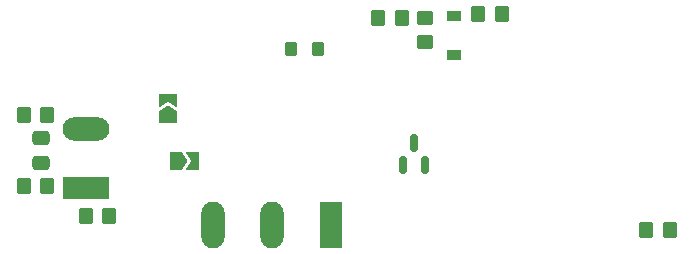
<source format=gbr>
%TF.GenerationSoftware,KiCad,Pcbnew,6.0.2+dfsg-1*%
%TF.CreationDate,2023-01-29T17:25:44-05:00*%
%TF.ProjectId,sensor-board,73656e73-6f72-42d6-926f-6172642e6b69,rev?*%
%TF.SameCoordinates,Original*%
%TF.FileFunction,Soldermask,Bot*%
%TF.FilePolarity,Negative*%
%FSLAX46Y46*%
G04 Gerber Fmt 4.6, Leading zero omitted, Abs format (unit mm)*
G04 Created by KiCad (PCBNEW 6.0.2+dfsg-1) date 2023-01-29 17:25:44*
%MOMM*%
%LPD*%
G01*
G04 APERTURE LIST*
G04 Aperture macros list*
%AMRoundRect*
0 Rectangle with rounded corners*
0 $1 Rounding radius*
0 $2 $3 $4 $5 $6 $7 $8 $9 X,Y pos of 4 corners*
0 Add a 4 corners polygon primitive as box body*
4,1,4,$2,$3,$4,$5,$6,$7,$8,$9,$2,$3,0*
0 Add four circle primitives for the rounded corners*
1,1,$1+$1,$2,$3*
1,1,$1+$1,$4,$5*
1,1,$1+$1,$6,$7*
1,1,$1+$1,$8,$9*
0 Add four rect primitives between the rounded corners*
20,1,$1+$1,$2,$3,$4,$5,0*
20,1,$1+$1,$4,$5,$6,$7,0*
20,1,$1+$1,$6,$7,$8,$9,0*
20,1,$1+$1,$8,$9,$2,$3,0*%
%AMFreePoly0*
4,1,6,1.000000,0.000000,0.500000,-0.750000,-0.500000,-0.750000,-0.500000,0.750000,0.500000,0.750000,1.000000,0.000000,1.000000,0.000000,$1*%
%AMFreePoly1*
4,1,6,0.500000,-0.750000,-0.650000,-0.750000,-0.150000,0.000000,-0.650000,0.750000,0.500000,0.750000,0.500000,-0.750000,0.500000,-0.750000,$1*%
G04 Aperture macros list end*
%ADD10RoundRect,0.250000X0.350000X0.450000X-0.350000X0.450000X-0.350000X-0.450000X0.350000X-0.450000X0*%
%ADD11R,1.980000X3.960000*%
%ADD12O,1.980000X3.960000*%
%ADD13R,3.960000X1.980000*%
%ADD14O,3.960000X1.980000*%
%ADD15FreePoly0,90.000000*%
%ADD16FreePoly1,90.000000*%
%ADD17RoundRect,0.250000X-0.350000X-0.450000X0.350000X-0.450000X0.350000X0.450000X-0.350000X0.450000X0*%
%ADD18RoundRect,0.250000X0.450000X-0.350000X0.450000X0.350000X-0.450000X0.350000X-0.450000X-0.350000X0*%
%ADD19RoundRect,0.250000X0.475000X-0.337500X0.475000X0.337500X-0.475000X0.337500X-0.475000X-0.337500X0*%
%ADD20R,1.200000X0.900000*%
%ADD21FreePoly0,0.000000*%
%ADD22FreePoly1,0.000000*%
%ADD23RoundRect,0.150000X0.150000X-0.587500X0.150000X0.587500X-0.150000X0.587500X-0.150000X-0.587500X0*%
%ADD24RoundRect,0.250000X-0.275000X-0.350000X0.275000X-0.350000X0.275000X0.350000X-0.275000X0.350000X0*%
G04 APERTURE END LIST*
D10*
%TO.C,R6*%
X117500000Y-126400000D03*
X115500000Y-126400000D03*
%TD*%
D11*
%TO.C,J3*%
X103000000Y-144250000D03*
D12*
X98000000Y-144250000D03*
X93000000Y-144250000D03*
%TD*%
D13*
%TO.C,J4*%
X82300000Y-141165000D03*
D14*
X82300000Y-136165000D03*
%TD*%
D15*
%TO.C,JP4*%
X89200000Y-135125000D03*
D16*
X89200000Y-133675000D03*
%TD*%
D17*
%TO.C,R3*%
X129700000Y-144700000D03*
X131700000Y-144700000D03*
%TD*%
D18*
%TO.C,R4*%
X111000000Y-128800000D03*
X111000000Y-126800000D03*
%TD*%
D19*
%TO.C,C4*%
X78500000Y-139037500D03*
X78500000Y-136962500D03*
%TD*%
D10*
%TO.C,R11*%
X79000000Y-141000000D03*
X77000000Y-141000000D03*
%TD*%
D20*
%TO.C,D3*%
X113400000Y-126600000D03*
X113400000Y-129900000D03*
%TD*%
D10*
%TO.C,R12*%
X79000000Y-135000000D03*
X77000000Y-135000000D03*
%TD*%
D21*
%TO.C,JP3*%
X89900000Y-138900000D03*
D22*
X91350000Y-138900000D03*
%TD*%
D10*
%TO.C,R10*%
X84250000Y-143500000D03*
X82250000Y-143500000D03*
%TD*%
D23*
%TO.C,Q1*%
X111000000Y-139250000D03*
X109100000Y-139250000D03*
X110050000Y-137375000D03*
%TD*%
D10*
%TO.C,R7*%
X109000000Y-126800000D03*
X107000000Y-126800000D03*
%TD*%
D24*
%TO.C,L1*%
X99650000Y-129400000D03*
X101950000Y-129400000D03*
%TD*%
M02*

</source>
